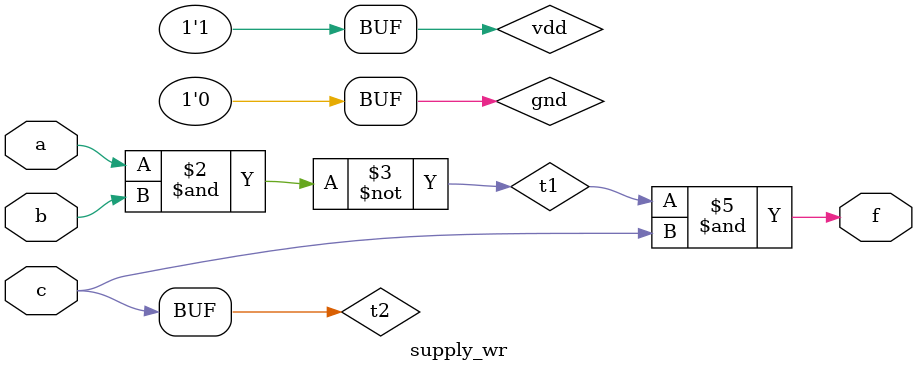
<source format=v>
  module supply_wr (a,b,c,f);
  input a,b,c;
  output f;
  supply0 gnd;
  supply1 vdd;
  nand g1 (t1,vdd,a,b);
  xor g2 (t2,c,gnd);
  and g3 (f,t1,t2);
  endmodule

</source>
